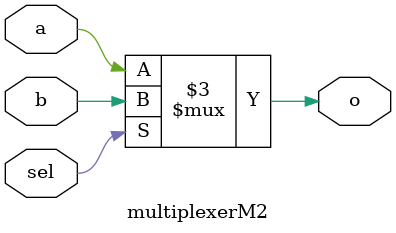
<source format=v>
`timescale 1ns / 1ps


module multiplexerM2(
        input wire a,
        input wire b,
        input wire sel,
        output reg o
    );

    always @(*) begin 
        if(sel) begin 
            o = b ;
        end else begin 
            o = a ;
        end 
    
    end 
    
    
    
endmodule

</source>
